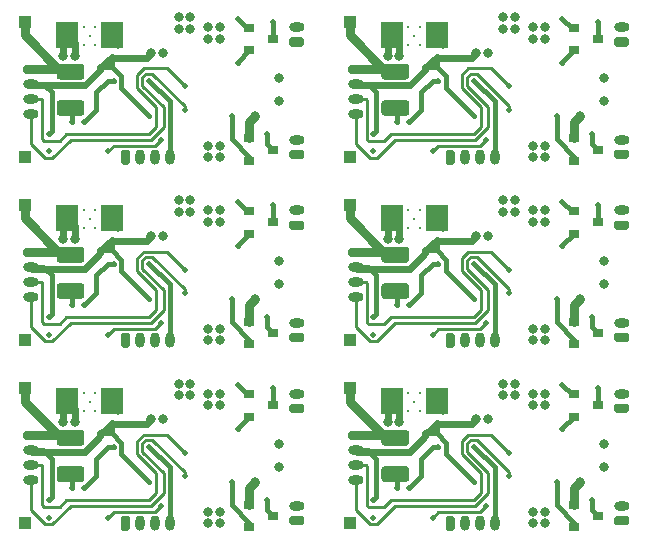
<source format=gbr>
%TF.GenerationSoftware,KiCad,Pcbnew,(5.1.6)-1*%
%TF.CreationDate,2021-08-29T21:48:12-05:00*%
%TF.ProjectId,MicroBrushedESC,4d696372-6f42-4727-9573-686564455343,rev?*%
%TF.SameCoordinates,Original*%
%TF.FileFunction,Copper,L4,Bot*%
%TF.FilePolarity,Positive*%
%FSLAX46Y46*%
G04 Gerber Fmt 4.6, Leading zero omitted, Abs format (unit mm)*
G04 Created by KiCad (PCBNEW (5.1.6)-1) date 2021-08-29 21:48:12*
%MOMM*%
%LPD*%
G01*
G04 APERTURE LIST*
%TA.AperFunction,ComponentPad*%
%ADD10C,0.300000*%
%TD*%
%TA.AperFunction,SMDPad,CuDef*%
%ADD11R,1.854500X2.286000*%
%TD*%
%TA.AperFunction,ComponentPad*%
%ADD12O,1.300000X0.800000*%
%TD*%
%TA.AperFunction,ComponentPad*%
%ADD13R,1.000000X1.000000*%
%TD*%
%TA.AperFunction,ComponentPad*%
%ADD14O,0.800000X1.300000*%
%TD*%
%TA.AperFunction,SMDPad,CuDef*%
%ADD15R,0.900000X0.800000*%
%TD*%
%TA.AperFunction,ViaPad*%
%ADD16C,0.800000*%
%TD*%
%TA.AperFunction,ViaPad*%
%ADD17C,0.500000*%
%TD*%
%TA.AperFunction,Conductor*%
%ADD18C,0.800000*%
%TD*%
%TA.AperFunction,Conductor*%
%ADD19C,0.400000*%
%TD*%
%TA.AperFunction,Conductor*%
%ADD20C,0.250000*%
%TD*%
%TA.AperFunction,Conductor*%
%ADD21C,0.600000*%
%TD*%
G04 APERTURE END LIST*
D10*
%TO.P,U2,11*%
%TO.N,VSS*%
X156460000Y-80700000D03*
X155960000Y-79950000D03*
X156960000Y-81450000D03*
X156960000Y-79950000D03*
X155960000Y-81450000D03*
%TD*%
%TO.P,U2,11*%
%TO.N,VSS*%
X128960000Y-80700000D03*
X128460000Y-79950000D03*
X129460000Y-81450000D03*
X129460000Y-79950000D03*
X128460000Y-81450000D03*
%TD*%
%TO.P,U2,11*%
%TO.N,VSS*%
X156460000Y-65200000D03*
X155960000Y-64450000D03*
X156960000Y-65950000D03*
X156960000Y-64450000D03*
X155960000Y-65950000D03*
%TD*%
%TO.P,U2,11*%
%TO.N,VSS*%
X128960000Y-65200000D03*
X128460000Y-64450000D03*
X129460000Y-65950000D03*
X129460000Y-64450000D03*
X128460000Y-65950000D03*
%TD*%
%TO.P,U2,11*%
%TO.N,VSS*%
X156460000Y-49700000D03*
X155960000Y-48950000D03*
X156960000Y-50450000D03*
X156960000Y-48950000D03*
X155960000Y-50450000D03*
%TD*%
D11*
%TO.P,L1,1*%
%TO.N,Net-(L1-Pad1)*%
X158350000Y-80650000D03*
%TO.P,L1,2*%
%TO.N,VDD*%
X154565500Y-80650000D03*
%TD*%
%TO.P,L1,1*%
%TO.N,Net-(L1-Pad1)*%
X130850000Y-80650000D03*
%TO.P,L1,2*%
%TO.N,VDD*%
X127065500Y-80650000D03*
%TD*%
%TO.P,L1,1*%
%TO.N,Net-(L1-Pad1)*%
X158350000Y-65150000D03*
%TO.P,L1,2*%
%TO.N,VDD*%
X154565500Y-65150000D03*
%TD*%
%TO.P,L1,1*%
%TO.N,Net-(L1-Pad1)*%
X130850000Y-65150000D03*
%TO.P,L1,2*%
%TO.N,VDD*%
X127065500Y-65150000D03*
%TD*%
%TO.P,L1,1*%
%TO.N,Net-(L1-Pad1)*%
X158350000Y-49650000D03*
%TO.P,L1,2*%
%TO.N,VDD*%
X154565500Y-49650000D03*
%TD*%
%TO.P,C7,1*%
%TO.N,VDD*%
%TA.AperFunction,SMDPad,CuDef*%
G36*
G01*
X155775001Y-87487500D02*
X153924999Y-87487500D01*
G75*
G02*
X153675000Y-87237501I0J249999D01*
G01*
X153675000Y-86412499D01*
G75*
G02*
X153924999Y-86162500I249999J0D01*
G01*
X155775001Y-86162500D01*
G75*
G02*
X156025000Y-86412499I0J-249999D01*
G01*
X156025000Y-87237501D01*
G75*
G02*
X155775001Y-87487500I-249999J0D01*
G01*
G37*
%TD.AperFunction*%
%TO.P,C7,2*%
%TO.N,VSS*%
%TA.AperFunction,SMDPad,CuDef*%
G36*
G01*
X155775001Y-84412500D02*
X153924999Y-84412500D01*
G75*
G02*
X153675000Y-84162501I0J249999D01*
G01*
X153675000Y-83337499D01*
G75*
G02*
X153924999Y-83087500I249999J0D01*
G01*
X155775001Y-83087500D01*
G75*
G02*
X156025000Y-83337499I0J-249999D01*
G01*
X156025000Y-84162501D01*
G75*
G02*
X155775001Y-84412500I-249999J0D01*
G01*
G37*
%TD.AperFunction*%
%TD*%
%TO.P,C7,1*%
%TO.N,VDD*%
%TA.AperFunction,SMDPad,CuDef*%
G36*
G01*
X128275001Y-87487500D02*
X126424999Y-87487500D01*
G75*
G02*
X126175000Y-87237501I0J249999D01*
G01*
X126175000Y-86412499D01*
G75*
G02*
X126424999Y-86162500I249999J0D01*
G01*
X128275001Y-86162500D01*
G75*
G02*
X128525000Y-86412499I0J-249999D01*
G01*
X128525000Y-87237501D01*
G75*
G02*
X128275001Y-87487500I-249999J0D01*
G01*
G37*
%TD.AperFunction*%
%TO.P,C7,2*%
%TO.N,VSS*%
%TA.AperFunction,SMDPad,CuDef*%
G36*
G01*
X128275001Y-84412500D02*
X126424999Y-84412500D01*
G75*
G02*
X126175000Y-84162501I0J249999D01*
G01*
X126175000Y-83337499D01*
G75*
G02*
X126424999Y-83087500I249999J0D01*
G01*
X128275001Y-83087500D01*
G75*
G02*
X128525000Y-83337499I0J-249999D01*
G01*
X128525000Y-84162501D01*
G75*
G02*
X128275001Y-84412500I-249999J0D01*
G01*
G37*
%TD.AperFunction*%
%TD*%
%TO.P,C7,1*%
%TO.N,VDD*%
%TA.AperFunction,SMDPad,CuDef*%
G36*
G01*
X155775001Y-71987500D02*
X153924999Y-71987500D01*
G75*
G02*
X153675000Y-71737501I0J249999D01*
G01*
X153675000Y-70912499D01*
G75*
G02*
X153924999Y-70662500I249999J0D01*
G01*
X155775001Y-70662500D01*
G75*
G02*
X156025000Y-70912499I0J-249999D01*
G01*
X156025000Y-71737501D01*
G75*
G02*
X155775001Y-71987500I-249999J0D01*
G01*
G37*
%TD.AperFunction*%
%TO.P,C7,2*%
%TO.N,VSS*%
%TA.AperFunction,SMDPad,CuDef*%
G36*
G01*
X155775001Y-68912500D02*
X153924999Y-68912500D01*
G75*
G02*
X153675000Y-68662501I0J249999D01*
G01*
X153675000Y-67837499D01*
G75*
G02*
X153924999Y-67587500I249999J0D01*
G01*
X155775001Y-67587500D01*
G75*
G02*
X156025000Y-67837499I0J-249999D01*
G01*
X156025000Y-68662501D01*
G75*
G02*
X155775001Y-68912500I-249999J0D01*
G01*
G37*
%TD.AperFunction*%
%TD*%
%TO.P,C7,1*%
%TO.N,VDD*%
%TA.AperFunction,SMDPad,CuDef*%
G36*
G01*
X128275001Y-71987500D02*
X126424999Y-71987500D01*
G75*
G02*
X126175000Y-71737501I0J249999D01*
G01*
X126175000Y-70912499D01*
G75*
G02*
X126424999Y-70662500I249999J0D01*
G01*
X128275001Y-70662500D01*
G75*
G02*
X128525000Y-70912499I0J-249999D01*
G01*
X128525000Y-71737501D01*
G75*
G02*
X128275001Y-71987500I-249999J0D01*
G01*
G37*
%TD.AperFunction*%
%TO.P,C7,2*%
%TO.N,VSS*%
%TA.AperFunction,SMDPad,CuDef*%
G36*
G01*
X128275001Y-68912500D02*
X126424999Y-68912500D01*
G75*
G02*
X126175000Y-68662501I0J249999D01*
G01*
X126175000Y-67837499D01*
G75*
G02*
X126424999Y-67587500I249999J0D01*
G01*
X128275001Y-67587500D01*
G75*
G02*
X128525000Y-67837499I0J-249999D01*
G01*
X128525000Y-68662501D01*
G75*
G02*
X128275001Y-68912500I-249999J0D01*
G01*
G37*
%TD.AperFunction*%
%TD*%
%TO.P,C7,1*%
%TO.N,VDD*%
%TA.AperFunction,SMDPad,CuDef*%
G36*
G01*
X155775001Y-56487500D02*
X153924999Y-56487500D01*
G75*
G02*
X153675000Y-56237501I0J249999D01*
G01*
X153675000Y-55412499D01*
G75*
G02*
X153924999Y-55162500I249999J0D01*
G01*
X155775001Y-55162500D01*
G75*
G02*
X156025000Y-55412499I0J-249999D01*
G01*
X156025000Y-56237501D01*
G75*
G02*
X155775001Y-56487500I-249999J0D01*
G01*
G37*
%TD.AperFunction*%
%TO.P,C7,2*%
%TO.N,VSS*%
%TA.AperFunction,SMDPad,CuDef*%
G36*
G01*
X155775001Y-53412500D02*
X153924999Y-53412500D01*
G75*
G02*
X153675000Y-53162501I0J249999D01*
G01*
X153675000Y-52337499D01*
G75*
G02*
X153924999Y-52087500I249999J0D01*
G01*
X155775001Y-52087500D01*
G75*
G02*
X156025000Y-52337499I0J-249999D01*
G01*
X156025000Y-53162501D01*
G75*
G02*
X155775001Y-53412500I-249999J0D01*
G01*
G37*
%TD.AperFunction*%
%TD*%
%TO.P,J1,1*%
%TO.N,MOTOR1*%
%TA.AperFunction,ComponentPad*%
G36*
G01*
X174450000Y-91150000D02*
X173550000Y-91150000D01*
G75*
G02*
X173350000Y-90950000I0J200000D01*
G01*
X173350000Y-90550000D01*
G75*
G02*
X173550000Y-90350000I200000J0D01*
G01*
X174450000Y-90350000D01*
G75*
G02*
X174650000Y-90550000I0J-200000D01*
G01*
X174650000Y-90950000D01*
G75*
G02*
X174450000Y-91150000I-200000J0D01*
G01*
G37*
%TD.AperFunction*%
D12*
%TO.P,J1,2*%
%TO.N,VSS*%
X174000000Y-89500000D03*
%TD*%
%TO.P,J1,1*%
%TO.N,MOTOR1*%
%TA.AperFunction,ComponentPad*%
G36*
G01*
X146950000Y-91150000D02*
X146050000Y-91150000D01*
G75*
G02*
X145850000Y-90950000I0J200000D01*
G01*
X145850000Y-90550000D01*
G75*
G02*
X146050000Y-90350000I200000J0D01*
G01*
X146950000Y-90350000D01*
G75*
G02*
X147150000Y-90550000I0J-200000D01*
G01*
X147150000Y-90950000D01*
G75*
G02*
X146950000Y-91150000I-200000J0D01*
G01*
G37*
%TD.AperFunction*%
%TO.P,J1,2*%
%TO.N,VSS*%
X146500000Y-89500000D03*
%TD*%
%TO.P,J1,1*%
%TO.N,MOTOR1*%
%TA.AperFunction,ComponentPad*%
G36*
G01*
X174450000Y-75650000D02*
X173550000Y-75650000D01*
G75*
G02*
X173350000Y-75450000I0J200000D01*
G01*
X173350000Y-75050000D01*
G75*
G02*
X173550000Y-74850000I200000J0D01*
G01*
X174450000Y-74850000D01*
G75*
G02*
X174650000Y-75050000I0J-200000D01*
G01*
X174650000Y-75450000D01*
G75*
G02*
X174450000Y-75650000I-200000J0D01*
G01*
G37*
%TD.AperFunction*%
%TO.P,J1,2*%
%TO.N,VSS*%
X174000000Y-74000000D03*
%TD*%
%TO.P,J1,1*%
%TO.N,MOTOR1*%
%TA.AperFunction,ComponentPad*%
G36*
G01*
X146950000Y-75650000D02*
X146050000Y-75650000D01*
G75*
G02*
X145850000Y-75450000I0J200000D01*
G01*
X145850000Y-75050000D01*
G75*
G02*
X146050000Y-74850000I200000J0D01*
G01*
X146950000Y-74850000D01*
G75*
G02*
X147150000Y-75050000I0J-200000D01*
G01*
X147150000Y-75450000D01*
G75*
G02*
X146950000Y-75650000I-200000J0D01*
G01*
G37*
%TD.AperFunction*%
%TO.P,J1,2*%
%TO.N,VSS*%
X146500000Y-74000000D03*
%TD*%
%TO.P,J1,1*%
%TO.N,MOTOR1*%
%TA.AperFunction,ComponentPad*%
G36*
G01*
X174450000Y-60150000D02*
X173550000Y-60150000D01*
G75*
G02*
X173350000Y-59950000I0J200000D01*
G01*
X173350000Y-59550000D01*
G75*
G02*
X173550000Y-59350000I200000J0D01*
G01*
X174450000Y-59350000D01*
G75*
G02*
X174650000Y-59550000I0J-200000D01*
G01*
X174650000Y-59950000D01*
G75*
G02*
X174450000Y-60150000I-200000J0D01*
G01*
G37*
%TD.AperFunction*%
%TO.P,J1,2*%
%TO.N,VSS*%
X174000000Y-58500000D03*
%TD*%
%TO.P,J2,1*%
%TO.N,MOTOR2*%
%TA.AperFunction,ComponentPad*%
G36*
G01*
X174450000Y-81650000D02*
X173550000Y-81650000D01*
G75*
G02*
X173350000Y-81450000I0J200000D01*
G01*
X173350000Y-81050000D01*
G75*
G02*
X173550000Y-80850000I200000J0D01*
G01*
X174450000Y-80850000D01*
G75*
G02*
X174650000Y-81050000I0J-200000D01*
G01*
X174650000Y-81450000D01*
G75*
G02*
X174450000Y-81650000I-200000J0D01*
G01*
G37*
%TD.AperFunction*%
%TO.P,J2,2*%
%TO.N,VSS*%
X174000000Y-80000000D03*
%TD*%
%TO.P,J2,1*%
%TO.N,MOTOR2*%
%TA.AperFunction,ComponentPad*%
G36*
G01*
X146950000Y-81650000D02*
X146050000Y-81650000D01*
G75*
G02*
X145850000Y-81450000I0J200000D01*
G01*
X145850000Y-81050000D01*
G75*
G02*
X146050000Y-80850000I200000J0D01*
G01*
X146950000Y-80850000D01*
G75*
G02*
X147150000Y-81050000I0J-200000D01*
G01*
X147150000Y-81450000D01*
G75*
G02*
X146950000Y-81650000I-200000J0D01*
G01*
G37*
%TD.AperFunction*%
%TO.P,J2,2*%
%TO.N,VSS*%
X146500000Y-80000000D03*
%TD*%
%TO.P,J2,1*%
%TO.N,MOTOR2*%
%TA.AperFunction,ComponentPad*%
G36*
G01*
X174450000Y-66150000D02*
X173550000Y-66150000D01*
G75*
G02*
X173350000Y-65950000I0J200000D01*
G01*
X173350000Y-65550000D01*
G75*
G02*
X173550000Y-65350000I200000J0D01*
G01*
X174450000Y-65350000D01*
G75*
G02*
X174650000Y-65550000I0J-200000D01*
G01*
X174650000Y-65950000D01*
G75*
G02*
X174450000Y-66150000I-200000J0D01*
G01*
G37*
%TD.AperFunction*%
%TO.P,J2,2*%
%TO.N,VSS*%
X174000000Y-64500000D03*
%TD*%
%TO.P,J2,1*%
%TO.N,MOTOR2*%
%TA.AperFunction,ComponentPad*%
G36*
G01*
X146950000Y-66150000D02*
X146050000Y-66150000D01*
G75*
G02*
X145850000Y-65950000I0J200000D01*
G01*
X145850000Y-65550000D01*
G75*
G02*
X146050000Y-65350000I200000J0D01*
G01*
X146950000Y-65350000D01*
G75*
G02*
X147150000Y-65550000I0J-200000D01*
G01*
X147150000Y-65950000D01*
G75*
G02*
X146950000Y-66150000I-200000J0D01*
G01*
G37*
%TD.AperFunction*%
%TO.P,J2,2*%
%TO.N,VSS*%
X146500000Y-64500000D03*
%TD*%
%TO.P,J2,1*%
%TO.N,MOTOR2*%
%TA.AperFunction,ComponentPad*%
G36*
G01*
X174450000Y-50650000D02*
X173550000Y-50650000D01*
G75*
G02*
X173350000Y-50450000I0J200000D01*
G01*
X173350000Y-50050000D01*
G75*
G02*
X173550000Y-49850000I200000J0D01*
G01*
X174450000Y-49850000D01*
G75*
G02*
X174650000Y-50050000I0J-200000D01*
G01*
X174650000Y-50450000D01*
G75*
G02*
X174450000Y-50650000I-200000J0D01*
G01*
G37*
%TD.AperFunction*%
%TO.P,J2,2*%
%TO.N,VSS*%
X174000000Y-49000000D03*
%TD*%
D13*
%TO.P,J4,1*%
%TO.N,VDD*%
X151000000Y-91000000D03*
%TD*%
%TO.P,J4,1*%
%TO.N,VDD*%
X123500000Y-91000000D03*
%TD*%
%TO.P,J4,1*%
%TO.N,VDD*%
X151000000Y-75500000D03*
%TD*%
%TO.P,J4,1*%
%TO.N,VDD*%
X123500000Y-75500000D03*
%TD*%
%TO.P,J4,1*%
%TO.N,VDD*%
X151000000Y-60000000D03*
%TD*%
%TO.P,J5,1*%
%TO.N,VDD*%
%TA.AperFunction,ComponentPad*%
G36*
G01*
X159100000Y-91450000D02*
X159100000Y-90550000D01*
G75*
G02*
X159300000Y-90350000I200000J0D01*
G01*
X159700000Y-90350000D01*
G75*
G02*
X159900000Y-90550000I0J-200000D01*
G01*
X159900000Y-91450000D01*
G75*
G02*
X159700000Y-91650000I-200000J0D01*
G01*
X159300000Y-91650000D01*
G75*
G02*
X159100000Y-91450000I0J200000D01*
G01*
G37*
%TD.AperFunction*%
D14*
%TO.P,J5,2*%
%TO.N,SWIM*%
X160750000Y-91000000D03*
%TO.P,J5,3*%
%TO.N,VSS*%
X162000000Y-91000000D03*
%TO.P,J5,4*%
%TO.N,NRST*%
X163250000Y-91000000D03*
%TD*%
%TO.P,J5,1*%
%TO.N,VDD*%
%TA.AperFunction,ComponentPad*%
G36*
G01*
X131600000Y-91450000D02*
X131600000Y-90550000D01*
G75*
G02*
X131800000Y-90350000I200000J0D01*
G01*
X132200000Y-90350000D01*
G75*
G02*
X132400000Y-90550000I0J-200000D01*
G01*
X132400000Y-91450000D01*
G75*
G02*
X132200000Y-91650000I-200000J0D01*
G01*
X131800000Y-91650000D01*
G75*
G02*
X131600000Y-91450000I0J200000D01*
G01*
G37*
%TD.AperFunction*%
%TO.P,J5,2*%
%TO.N,SWIM*%
X133250000Y-91000000D03*
%TO.P,J5,3*%
%TO.N,VSS*%
X134500000Y-91000000D03*
%TO.P,J5,4*%
%TO.N,NRST*%
X135750000Y-91000000D03*
%TD*%
%TO.P,J5,1*%
%TO.N,VDD*%
%TA.AperFunction,ComponentPad*%
G36*
G01*
X159100000Y-75950000D02*
X159100000Y-75050000D01*
G75*
G02*
X159300000Y-74850000I200000J0D01*
G01*
X159700000Y-74850000D01*
G75*
G02*
X159900000Y-75050000I0J-200000D01*
G01*
X159900000Y-75950000D01*
G75*
G02*
X159700000Y-76150000I-200000J0D01*
G01*
X159300000Y-76150000D01*
G75*
G02*
X159100000Y-75950000I0J200000D01*
G01*
G37*
%TD.AperFunction*%
%TO.P,J5,2*%
%TO.N,SWIM*%
X160750000Y-75500000D03*
%TO.P,J5,3*%
%TO.N,VSS*%
X162000000Y-75500000D03*
%TO.P,J5,4*%
%TO.N,NRST*%
X163250000Y-75500000D03*
%TD*%
%TO.P,J5,1*%
%TO.N,VDD*%
%TA.AperFunction,ComponentPad*%
G36*
G01*
X131600000Y-75950000D02*
X131600000Y-75050000D01*
G75*
G02*
X131800000Y-74850000I200000J0D01*
G01*
X132200000Y-74850000D01*
G75*
G02*
X132400000Y-75050000I0J-200000D01*
G01*
X132400000Y-75950000D01*
G75*
G02*
X132200000Y-76150000I-200000J0D01*
G01*
X131800000Y-76150000D01*
G75*
G02*
X131600000Y-75950000I0J200000D01*
G01*
G37*
%TD.AperFunction*%
%TO.P,J5,2*%
%TO.N,SWIM*%
X133250000Y-75500000D03*
%TO.P,J5,3*%
%TO.N,VSS*%
X134500000Y-75500000D03*
%TO.P,J5,4*%
%TO.N,NRST*%
X135750000Y-75500000D03*
%TD*%
%TO.P,J5,1*%
%TO.N,VDD*%
%TA.AperFunction,ComponentPad*%
G36*
G01*
X159100000Y-60450000D02*
X159100000Y-59550000D01*
G75*
G02*
X159300000Y-59350000I200000J0D01*
G01*
X159700000Y-59350000D01*
G75*
G02*
X159900000Y-59550000I0J-200000D01*
G01*
X159900000Y-60450000D01*
G75*
G02*
X159700000Y-60650000I-200000J0D01*
G01*
X159300000Y-60650000D01*
G75*
G02*
X159100000Y-60450000I0J200000D01*
G01*
G37*
%TD.AperFunction*%
%TO.P,J5,2*%
%TO.N,SWIM*%
X160750000Y-60000000D03*
%TO.P,J5,3*%
%TO.N,VSS*%
X162000000Y-60000000D03*
%TO.P,J5,4*%
%TO.N,NRST*%
X163250000Y-60000000D03*
%TD*%
D15*
%TO.P,Q2,1*%
%TO.N,Net-(Q2-Pad1)*%
X170000000Y-81950000D03*
%TO.P,Q2,2*%
%TO.N,VSS*%
X170000000Y-80050000D03*
%TO.P,Q2,3*%
%TO.N,Net-(Q2-Pad3)*%
X172000000Y-81000000D03*
%TD*%
%TO.P,Q2,1*%
%TO.N,Net-(Q2-Pad1)*%
X142500000Y-81950000D03*
%TO.P,Q2,2*%
%TO.N,VSS*%
X142500000Y-80050000D03*
%TO.P,Q2,3*%
%TO.N,Net-(Q2-Pad3)*%
X144500000Y-81000000D03*
%TD*%
%TO.P,Q2,1*%
%TO.N,Net-(Q2-Pad1)*%
X170000000Y-66450000D03*
%TO.P,Q2,2*%
%TO.N,VSS*%
X170000000Y-64550000D03*
%TO.P,Q2,3*%
%TO.N,Net-(Q2-Pad3)*%
X172000000Y-65500000D03*
%TD*%
%TO.P,Q2,1*%
%TO.N,Net-(Q2-Pad1)*%
X142500000Y-66450000D03*
%TO.P,Q2,2*%
%TO.N,VSS*%
X142500000Y-64550000D03*
%TO.P,Q2,3*%
%TO.N,Net-(Q2-Pad3)*%
X144500000Y-65500000D03*
%TD*%
%TO.P,Q2,1*%
%TO.N,Net-(Q2-Pad1)*%
X170000000Y-50950000D03*
%TO.P,Q2,2*%
%TO.N,VSS*%
X170000000Y-49050000D03*
%TO.P,Q2,3*%
%TO.N,Net-(Q2-Pad3)*%
X172000000Y-50000000D03*
%TD*%
%TO.P,Q1,1*%
%TO.N,Net-(Q1-Pad1)*%
X170000000Y-91300000D03*
%TO.P,Q1,2*%
%TO.N,VSS*%
X170000000Y-89400000D03*
%TO.P,Q1,3*%
%TO.N,Net-(Q1-Pad3)*%
X172000000Y-90350000D03*
%TD*%
%TO.P,Q1,1*%
%TO.N,Net-(Q1-Pad1)*%
X142500000Y-91300000D03*
%TO.P,Q1,2*%
%TO.N,VSS*%
X142500000Y-89400000D03*
%TO.P,Q1,3*%
%TO.N,Net-(Q1-Pad3)*%
X144500000Y-90350000D03*
%TD*%
%TO.P,Q1,1*%
%TO.N,Net-(Q1-Pad1)*%
X170000000Y-75800000D03*
%TO.P,Q1,2*%
%TO.N,VSS*%
X170000000Y-73900000D03*
%TO.P,Q1,3*%
%TO.N,Net-(Q1-Pad3)*%
X172000000Y-74850000D03*
%TD*%
%TO.P,Q1,1*%
%TO.N,Net-(Q1-Pad1)*%
X142500000Y-75800000D03*
%TO.P,Q1,2*%
%TO.N,VSS*%
X142500000Y-73900000D03*
%TO.P,Q1,3*%
%TO.N,Net-(Q1-Pad3)*%
X144500000Y-74850000D03*
%TD*%
%TO.P,Q1,1*%
%TO.N,Net-(Q1-Pad1)*%
X170000000Y-60300000D03*
%TO.P,Q1,2*%
%TO.N,VSS*%
X170000000Y-58400000D03*
%TO.P,Q1,3*%
%TO.N,Net-(Q1-Pad3)*%
X172000000Y-59350000D03*
%TD*%
%TO.P,J3,1*%
%TO.N,VSS*%
%TA.AperFunction,ComponentPad*%
G36*
G01*
X151050000Y-83150000D02*
X151950000Y-83150000D01*
G75*
G02*
X152150000Y-83350000I0J-200000D01*
G01*
X152150000Y-83750000D01*
G75*
G02*
X151950000Y-83950000I-200000J0D01*
G01*
X151050000Y-83950000D01*
G75*
G02*
X150850000Y-83750000I0J200000D01*
G01*
X150850000Y-83350000D01*
G75*
G02*
X151050000Y-83150000I200000J0D01*
G01*
G37*
%TD.AperFunction*%
D12*
%TO.P,J3,2*%
%TO.N,V_Filt+*%
X151500000Y-84800000D03*
%TO.P,J3,3*%
%TO.N,TIM1_CH1*%
X151500000Y-86050000D03*
%TO.P,J3,4*%
%TO.N,TIM1_CH3*%
X151500000Y-87300000D03*
%TD*%
%TO.P,J3,1*%
%TO.N,VSS*%
%TA.AperFunction,ComponentPad*%
G36*
G01*
X123550000Y-83150000D02*
X124450000Y-83150000D01*
G75*
G02*
X124650000Y-83350000I0J-200000D01*
G01*
X124650000Y-83750000D01*
G75*
G02*
X124450000Y-83950000I-200000J0D01*
G01*
X123550000Y-83950000D01*
G75*
G02*
X123350000Y-83750000I0J200000D01*
G01*
X123350000Y-83350000D01*
G75*
G02*
X123550000Y-83150000I200000J0D01*
G01*
G37*
%TD.AperFunction*%
%TO.P,J3,2*%
%TO.N,V_Filt+*%
X124000000Y-84800000D03*
%TO.P,J3,3*%
%TO.N,TIM1_CH1*%
X124000000Y-86050000D03*
%TO.P,J3,4*%
%TO.N,TIM1_CH3*%
X124000000Y-87300000D03*
%TD*%
%TO.P,J3,1*%
%TO.N,VSS*%
%TA.AperFunction,ComponentPad*%
G36*
G01*
X151050000Y-67650000D02*
X151950000Y-67650000D01*
G75*
G02*
X152150000Y-67850000I0J-200000D01*
G01*
X152150000Y-68250000D01*
G75*
G02*
X151950000Y-68450000I-200000J0D01*
G01*
X151050000Y-68450000D01*
G75*
G02*
X150850000Y-68250000I0J200000D01*
G01*
X150850000Y-67850000D01*
G75*
G02*
X151050000Y-67650000I200000J0D01*
G01*
G37*
%TD.AperFunction*%
%TO.P,J3,2*%
%TO.N,V_Filt+*%
X151500000Y-69300000D03*
%TO.P,J3,3*%
%TO.N,TIM1_CH1*%
X151500000Y-70550000D03*
%TO.P,J3,4*%
%TO.N,TIM1_CH3*%
X151500000Y-71800000D03*
%TD*%
%TO.P,J3,1*%
%TO.N,VSS*%
%TA.AperFunction,ComponentPad*%
G36*
G01*
X123550000Y-67650000D02*
X124450000Y-67650000D01*
G75*
G02*
X124650000Y-67850000I0J-200000D01*
G01*
X124650000Y-68250000D01*
G75*
G02*
X124450000Y-68450000I-200000J0D01*
G01*
X123550000Y-68450000D01*
G75*
G02*
X123350000Y-68250000I0J200000D01*
G01*
X123350000Y-67850000D01*
G75*
G02*
X123550000Y-67650000I200000J0D01*
G01*
G37*
%TD.AperFunction*%
%TO.P,J3,2*%
%TO.N,V_Filt+*%
X124000000Y-69300000D03*
%TO.P,J3,3*%
%TO.N,TIM1_CH1*%
X124000000Y-70550000D03*
%TO.P,J3,4*%
%TO.N,TIM1_CH3*%
X124000000Y-71800000D03*
%TD*%
%TO.P,J3,1*%
%TO.N,VSS*%
%TA.AperFunction,ComponentPad*%
G36*
G01*
X151050000Y-52150000D02*
X151950000Y-52150000D01*
G75*
G02*
X152150000Y-52350000I0J-200000D01*
G01*
X152150000Y-52750000D01*
G75*
G02*
X151950000Y-52950000I-200000J0D01*
G01*
X151050000Y-52950000D01*
G75*
G02*
X150850000Y-52750000I0J200000D01*
G01*
X150850000Y-52350000D01*
G75*
G02*
X151050000Y-52150000I200000J0D01*
G01*
G37*
%TD.AperFunction*%
%TO.P,J3,2*%
%TO.N,V_Filt+*%
X151500000Y-53800000D03*
%TO.P,J3,3*%
%TO.N,TIM1_CH1*%
X151500000Y-55050000D03*
%TO.P,J3,4*%
%TO.N,TIM1_CH3*%
X151500000Y-56300000D03*
%TD*%
D13*
%TO.P,J6,1*%
%TO.N,VSS*%
X151000000Y-79500000D03*
%TD*%
%TO.P,J6,1*%
%TO.N,VSS*%
X123500000Y-79500000D03*
%TD*%
%TO.P,J6,1*%
%TO.N,VSS*%
X151000000Y-64000000D03*
%TD*%
%TO.P,J6,1*%
%TO.N,VSS*%
X123500000Y-64000000D03*
%TD*%
%TO.P,J6,1*%
%TO.N,VSS*%
X151000000Y-48500000D03*
%TD*%
D10*
%TO.P,U2,11*%
%TO.N,VSS*%
X128460000Y-50450000D03*
X129460000Y-48950000D03*
X129460000Y-50450000D03*
X128460000Y-48950000D03*
X128960000Y-49700000D03*
%TD*%
D11*
%TO.P,L1,2*%
%TO.N,VDD*%
X127065500Y-49650000D03*
%TO.P,L1,1*%
%TO.N,Net-(L1-Pad1)*%
X130850000Y-49650000D03*
%TD*%
D15*
%TO.P,Q2,3*%
%TO.N,Net-(Q2-Pad3)*%
X144500000Y-50000000D03*
%TO.P,Q2,2*%
%TO.N,VSS*%
X142500000Y-49050000D03*
%TO.P,Q2,1*%
%TO.N,Net-(Q2-Pad1)*%
X142500000Y-50950000D03*
%TD*%
%TO.P,Q1,3*%
%TO.N,Net-(Q1-Pad3)*%
X144500000Y-59350000D03*
%TO.P,Q1,2*%
%TO.N,VSS*%
X142500000Y-58400000D03*
%TO.P,Q1,1*%
%TO.N,Net-(Q1-Pad1)*%
X142500000Y-60300000D03*
%TD*%
D13*
%TO.P,J6,1*%
%TO.N,VSS*%
X123500000Y-48500000D03*
%TD*%
D14*
%TO.P,J5,4*%
%TO.N,NRST*%
X135750000Y-60000000D03*
%TO.P,J5,3*%
%TO.N,VSS*%
X134500000Y-60000000D03*
%TO.P,J5,2*%
%TO.N,SWIM*%
X133250000Y-60000000D03*
%TO.P,J5,1*%
%TO.N,VDD*%
%TA.AperFunction,ComponentPad*%
G36*
G01*
X131600000Y-60450000D02*
X131600000Y-59550000D01*
G75*
G02*
X131800000Y-59350000I200000J0D01*
G01*
X132200000Y-59350000D01*
G75*
G02*
X132400000Y-59550000I0J-200000D01*
G01*
X132400000Y-60450000D01*
G75*
G02*
X132200000Y-60650000I-200000J0D01*
G01*
X131800000Y-60650000D01*
G75*
G02*
X131600000Y-60450000I0J200000D01*
G01*
G37*
%TD.AperFunction*%
%TD*%
D13*
%TO.P,J4,1*%
%TO.N,VDD*%
X123500000Y-60000000D03*
%TD*%
D12*
%TO.P,J3,4*%
%TO.N,TIM1_CH3*%
X124000000Y-56300000D03*
%TO.P,J3,3*%
%TO.N,TIM1_CH1*%
X124000000Y-55050000D03*
%TO.P,J3,2*%
%TO.N,V_Filt+*%
X124000000Y-53800000D03*
%TO.P,J3,1*%
%TO.N,VSS*%
%TA.AperFunction,ComponentPad*%
G36*
G01*
X123550000Y-52150000D02*
X124450000Y-52150000D01*
G75*
G02*
X124650000Y-52350000I0J-200000D01*
G01*
X124650000Y-52750000D01*
G75*
G02*
X124450000Y-52950000I-200000J0D01*
G01*
X123550000Y-52950000D01*
G75*
G02*
X123350000Y-52750000I0J200000D01*
G01*
X123350000Y-52350000D01*
G75*
G02*
X123550000Y-52150000I200000J0D01*
G01*
G37*
%TD.AperFunction*%
%TD*%
%TO.P,J2,2*%
%TO.N,VSS*%
X146500000Y-49000000D03*
%TO.P,J2,1*%
%TO.N,MOTOR2*%
%TA.AperFunction,ComponentPad*%
G36*
G01*
X146950000Y-50650000D02*
X146050000Y-50650000D01*
G75*
G02*
X145850000Y-50450000I0J200000D01*
G01*
X145850000Y-50050000D01*
G75*
G02*
X146050000Y-49850000I200000J0D01*
G01*
X146950000Y-49850000D01*
G75*
G02*
X147150000Y-50050000I0J-200000D01*
G01*
X147150000Y-50450000D01*
G75*
G02*
X146950000Y-50650000I-200000J0D01*
G01*
G37*
%TD.AperFunction*%
%TD*%
%TO.P,J1,2*%
%TO.N,VSS*%
X146500000Y-58500000D03*
%TO.P,J1,1*%
%TO.N,MOTOR1*%
%TA.AperFunction,ComponentPad*%
G36*
G01*
X146950000Y-60150000D02*
X146050000Y-60150000D01*
G75*
G02*
X145850000Y-59950000I0J200000D01*
G01*
X145850000Y-59550000D01*
G75*
G02*
X146050000Y-59350000I200000J0D01*
G01*
X146950000Y-59350000D01*
G75*
G02*
X147150000Y-59550000I0J-200000D01*
G01*
X147150000Y-59950000D01*
G75*
G02*
X146950000Y-60150000I-200000J0D01*
G01*
G37*
%TD.AperFunction*%
%TD*%
%TO.P,C7,2*%
%TO.N,VSS*%
%TA.AperFunction,SMDPad,CuDef*%
G36*
G01*
X128275001Y-53412500D02*
X126424999Y-53412500D01*
G75*
G02*
X126175000Y-53162501I0J249999D01*
G01*
X126175000Y-52337499D01*
G75*
G02*
X126424999Y-52087500I249999J0D01*
G01*
X128275001Y-52087500D01*
G75*
G02*
X128525000Y-52337499I0J-249999D01*
G01*
X128525000Y-53162501D01*
G75*
G02*
X128275001Y-53412500I-249999J0D01*
G01*
G37*
%TD.AperFunction*%
%TO.P,C7,1*%
%TO.N,VDD*%
%TA.AperFunction,SMDPad,CuDef*%
G36*
G01*
X128275001Y-56487500D02*
X126424999Y-56487500D01*
G75*
G02*
X126175000Y-56237501I0J249999D01*
G01*
X126175000Y-55412499D01*
G75*
G02*
X126424999Y-55162500I249999J0D01*
G01*
X128275001Y-55162500D01*
G75*
G02*
X128525000Y-55412499I0J-249999D01*
G01*
X128525000Y-56237501D01*
G75*
G02*
X128275001Y-56487500I-249999J0D01*
G01*
G37*
%TD.AperFunction*%
%TD*%
D16*
%TO.N,VSS*%
X136500000Y-48150000D03*
X136500000Y-49100000D03*
X137450000Y-49100000D03*
X137450000Y-48150000D03*
D17*
X141500000Y-48250000D03*
D16*
X145000000Y-53250000D03*
X145000000Y-55250000D03*
X143000000Y-56500000D03*
X172500000Y-53250000D03*
X145000000Y-68750000D03*
X172500000Y-68750000D03*
X145000000Y-84250000D03*
X172500000Y-84250000D03*
X170500000Y-56500000D03*
X143000000Y-72000000D03*
X170500000Y-72000000D03*
X143000000Y-87500000D03*
X170500000Y-87500000D03*
X172500000Y-55250000D03*
X145000000Y-70750000D03*
X172500000Y-70750000D03*
X145000000Y-86250000D03*
X172500000Y-86250000D03*
D17*
X169000000Y-48250000D03*
X141500000Y-63750000D03*
X169000000Y-63750000D03*
X141500000Y-79250000D03*
X169000000Y-79250000D03*
D16*
X164950000Y-48150000D03*
X137450000Y-63650000D03*
X164950000Y-63650000D03*
X137450000Y-79150000D03*
X164950000Y-79150000D03*
X164000000Y-49100000D03*
X136500000Y-64600000D03*
X164000000Y-64600000D03*
X136500000Y-80100000D03*
X164000000Y-80100000D03*
X164000000Y-48150000D03*
X136500000Y-63650000D03*
X164000000Y-63650000D03*
X136500000Y-79150000D03*
X164000000Y-79150000D03*
X164950000Y-49100000D03*
X137450000Y-64600000D03*
X164950000Y-64600000D03*
X137450000Y-80100000D03*
X164950000Y-80100000D03*
D17*
%TO.N,TIM1_CH1*%
X137000000Y-54000000D03*
X164500000Y-54000000D03*
X137000000Y-69500000D03*
X164500000Y-69500000D03*
X137000000Y-85000000D03*
X164500000Y-85000000D03*
%TO.N,NRST*%
X134000000Y-53500000D03*
X161500000Y-53500000D03*
X134000000Y-69000000D03*
X161500000Y-69000000D03*
X134000000Y-84500000D03*
X161500000Y-84500000D03*
%TO.N,Net-(Q1-Pad3)*%
X144000000Y-58000000D03*
X171500000Y-58000000D03*
X144000000Y-73500000D03*
X171500000Y-73500000D03*
X144000000Y-89000000D03*
X171500000Y-89000000D03*
%TO.N,Net-(Q1-Pad1)*%
X141000000Y-56500000D03*
X168500000Y-56500000D03*
X141000000Y-72000000D03*
X168500000Y-72000000D03*
X141000000Y-87500000D03*
X168500000Y-87500000D03*
%TO.N,Net-(Q2-Pad3)*%
X144500000Y-48500000D03*
X172000000Y-48500000D03*
X144500000Y-64000000D03*
X172000000Y-64000000D03*
X144500000Y-79500000D03*
X172000000Y-79500000D03*
%TO.N,Net-(Q2-Pad1)*%
X141500000Y-52000000D03*
X169000000Y-52000000D03*
X141500000Y-67500000D03*
X169000000Y-67500000D03*
X141500000Y-83000000D03*
X169000000Y-83000000D03*
%TO.N,TIM1_CH3*%
X137000000Y-56000000D03*
X164500000Y-56000000D03*
X137000000Y-71500000D03*
X164500000Y-71500000D03*
X137000000Y-87000000D03*
X164500000Y-87000000D03*
%TO.N,PB4*%
X130500000Y-59500000D03*
X135000000Y-58500000D03*
X158000000Y-59500000D03*
X130500000Y-75000000D03*
X158000000Y-75000000D03*
X130500000Y-90500000D03*
X158000000Y-90500000D03*
X162500000Y-58500000D03*
X135000000Y-74000000D03*
X162500000Y-74000000D03*
X135000000Y-89500000D03*
X162500000Y-89500000D03*
D16*
%TO.N,VDD*%
X127700000Y-51450000D03*
X126750000Y-51450000D03*
D17*
X127500000Y-57000000D03*
D16*
X140000000Y-49000000D03*
X140000000Y-50000000D03*
X139000000Y-50000000D03*
X139000000Y-49000000D03*
X140000000Y-60000000D03*
X139000000Y-60000000D03*
X139000000Y-59000000D03*
X140000000Y-59000000D03*
X167500000Y-49000000D03*
X140000000Y-64500000D03*
X167500000Y-64500000D03*
X140000000Y-80000000D03*
X167500000Y-80000000D03*
X167500000Y-50000000D03*
X140000000Y-65500000D03*
X167500000Y-65500000D03*
X140000000Y-81000000D03*
X167500000Y-81000000D03*
D17*
X155000000Y-57000000D03*
X127500000Y-72500000D03*
X155000000Y-72500000D03*
X127500000Y-88000000D03*
X155000000Y-88000000D03*
D16*
X166500000Y-50000000D03*
X139000000Y-65500000D03*
X166500000Y-65500000D03*
X139000000Y-81000000D03*
X166500000Y-81000000D03*
X167500000Y-60000000D03*
X140000000Y-75500000D03*
X167500000Y-75500000D03*
X140000000Y-91000000D03*
X167500000Y-91000000D03*
X166500000Y-60000000D03*
X139000000Y-75500000D03*
X166500000Y-75500000D03*
X139000000Y-91000000D03*
X166500000Y-91000000D03*
X166500000Y-59000000D03*
X139000000Y-74500000D03*
X166500000Y-74500000D03*
X139000000Y-90000000D03*
X166500000Y-90000000D03*
X167500000Y-59000000D03*
X140000000Y-74500000D03*
X167500000Y-74500000D03*
X140000000Y-90000000D03*
X167500000Y-90000000D03*
X166500000Y-49000000D03*
X139000000Y-64500000D03*
X166500000Y-64500000D03*
X139000000Y-80000000D03*
X166500000Y-80000000D03*
X154250000Y-51450000D03*
X126750000Y-66950000D03*
X154250000Y-66950000D03*
X126750000Y-82450000D03*
X154250000Y-82450000D03*
X155200000Y-51450000D03*
X127700000Y-66950000D03*
X155200000Y-66950000D03*
X127700000Y-82450000D03*
X155200000Y-82450000D03*
D17*
%TO.N,Net-(D4-Pad1)*%
X131000000Y-53500000D03*
X128500000Y-57000000D03*
X158500000Y-53500000D03*
X131000000Y-69000000D03*
X158500000Y-69000000D03*
X131000000Y-84500000D03*
X158500000Y-84500000D03*
X156000000Y-57000000D03*
X128500000Y-72500000D03*
X156000000Y-72500000D03*
X128500000Y-88000000D03*
X156000000Y-88000000D03*
D16*
%TO.N,V_Filt+*%
X134200000Y-51150000D03*
X135200000Y-51150000D03*
D17*
X134000000Y-56500000D03*
X125500000Y-59500000D03*
X125500000Y-58000000D03*
X161500000Y-56500000D03*
X134000000Y-72000000D03*
X161500000Y-72000000D03*
X134000000Y-87500000D03*
X161500000Y-87500000D03*
X153000000Y-58000000D03*
X125500000Y-73500000D03*
X153000000Y-73500000D03*
X125500000Y-89000000D03*
X153000000Y-89000000D03*
X153000000Y-59500000D03*
X125500000Y-75000000D03*
X153000000Y-75000000D03*
X125500000Y-90500000D03*
X153000000Y-90500000D03*
D16*
X161700000Y-51150000D03*
X134200000Y-66650000D03*
X161700000Y-66650000D03*
X134200000Y-82150000D03*
X161700000Y-82150000D03*
X162700000Y-51150000D03*
X135200000Y-66650000D03*
X162700000Y-66650000D03*
X135200000Y-82150000D03*
X162700000Y-82150000D03*
D17*
%TO.N,Net-(L1-Pad1)*%
X131400000Y-50600000D03*
X158900000Y-50600000D03*
X131400000Y-66100000D03*
X158900000Y-66100000D03*
X131400000Y-81600000D03*
X158900000Y-81600000D03*
%TD*%
D18*
%TO.N,VSS*%
X142500000Y-57000000D02*
X143000000Y-56500000D01*
X142500000Y-58400000D02*
X142500000Y-57000000D01*
X124050000Y-52500000D02*
X124000000Y-52550000D01*
X127500000Y-52500000D02*
X124050000Y-52500000D01*
X123500000Y-49675000D02*
X123500000Y-48500000D01*
X127500000Y-52500000D02*
X126325000Y-52500000D01*
X126325000Y-52500000D02*
X123500000Y-49675000D01*
D19*
X142300000Y-49050000D02*
X141500000Y-48250000D01*
X142500000Y-49050000D02*
X142300000Y-49050000D01*
D18*
X170000000Y-57000000D02*
X170500000Y-56500000D01*
X142500000Y-72500000D02*
X143000000Y-72000000D01*
X170000000Y-72500000D02*
X170500000Y-72000000D01*
X142500000Y-88000000D02*
X143000000Y-87500000D01*
X170000000Y-88000000D02*
X170500000Y-87500000D01*
X170000000Y-58400000D02*
X170000000Y-57000000D01*
X142500000Y-73900000D02*
X142500000Y-72500000D01*
X170000000Y-73900000D02*
X170000000Y-72500000D01*
X142500000Y-89400000D02*
X142500000Y-88000000D01*
X170000000Y-89400000D02*
X170000000Y-88000000D01*
X151550000Y-52500000D02*
X151500000Y-52550000D01*
X124050000Y-68000000D02*
X124000000Y-68050000D01*
X151550000Y-68000000D02*
X151500000Y-68050000D01*
X124050000Y-83500000D02*
X124000000Y-83550000D01*
X151550000Y-83500000D02*
X151500000Y-83550000D01*
X155000000Y-52500000D02*
X151550000Y-52500000D01*
X127500000Y-68000000D02*
X124050000Y-68000000D01*
X155000000Y-68000000D02*
X151550000Y-68000000D01*
X127500000Y-83500000D02*
X124050000Y-83500000D01*
X155000000Y-83500000D02*
X151550000Y-83500000D01*
X151000000Y-49675000D02*
X151000000Y-48500000D01*
X123500000Y-65175000D02*
X123500000Y-64000000D01*
X151000000Y-65175000D02*
X151000000Y-64000000D01*
X123500000Y-80675000D02*
X123500000Y-79500000D01*
X151000000Y-80675000D02*
X151000000Y-79500000D01*
X155000000Y-52500000D02*
X153825000Y-52500000D01*
X127500000Y-68000000D02*
X126325000Y-68000000D01*
X155000000Y-68000000D02*
X153825000Y-68000000D01*
X127500000Y-83500000D02*
X126325000Y-83500000D01*
X155000000Y-83500000D02*
X153825000Y-83500000D01*
D19*
X170000000Y-49050000D02*
X169800000Y-49050000D01*
X142500000Y-64550000D02*
X142300000Y-64550000D01*
X170000000Y-64550000D02*
X169800000Y-64550000D01*
X142500000Y-80050000D02*
X142300000Y-80050000D01*
X170000000Y-80050000D02*
X169800000Y-80050000D01*
D18*
X153825000Y-52500000D02*
X151000000Y-49675000D01*
X126325000Y-68000000D02*
X123500000Y-65175000D01*
X153825000Y-68000000D02*
X151000000Y-65175000D01*
X126325000Y-83500000D02*
X123500000Y-80675000D01*
X153825000Y-83500000D02*
X151000000Y-80675000D01*
D19*
X169800000Y-49050000D02*
X169000000Y-48250000D01*
X142300000Y-64550000D02*
X141500000Y-63750000D01*
X169800000Y-64550000D02*
X169000000Y-63750000D01*
X142300000Y-80050000D02*
X141500000Y-79250000D01*
X169800000Y-80050000D02*
X169000000Y-79250000D01*
D20*
%TO.N,TIM1_CH1*%
X132974989Y-53037599D02*
X132974990Y-54111400D01*
X133537598Y-52474990D02*
X132974989Y-53037599D01*
X135474990Y-52474990D02*
X133537598Y-52474990D01*
X132974990Y-54111400D02*
X134575001Y-55711411D01*
X137000000Y-54000000D02*
X135474990Y-52474990D01*
X134575001Y-55711411D02*
X134575001Y-57424999D01*
X134575001Y-57424999D02*
X134000000Y-58000000D01*
X126424999Y-58575001D02*
X125075001Y-58575001D01*
X127000000Y-58000000D02*
X126424999Y-58575001D01*
X134000000Y-58000000D02*
X127000000Y-58000000D01*
X124924999Y-57075001D02*
X124974990Y-57025010D01*
X125075001Y-58575001D02*
X124924999Y-58424999D01*
X124924999Y-58424999D02*
X124924999Y-57075001D01*
X124900000Y-55050000D02*
X124000000Y-55050000D01*
X124975010Y-55125010D02*
X124900000Y-55050000D01*
X124975010Y-57024990D02*
X124975010Y-55125010D01*
X124924999Y-57075001D02*
X124975010Y-57024990D01*
X152424999Y-57075001D02*
X152475010Y-57024990D01*
X124924999Y-72575001D02*
X124975010Y-72524990D01*
X152424999Y-72575001D02*
X152475010Y-72524990D01*
X124924999Y-88075001D02*
X124975010Y-88024990D01*
X152424999Y-88075001D02*
X152475010Y-88024990D01*
X153924999Y-58575001D02*
X152575001Y-58575001D01*
X126424999Y-74075001D02*
X125075001Y-74075001D01*
X153924999Y-74075001D02*
X152575001Y-74075001D01*
X126424999Y-89575001D02*
X125075001Y-89575001D01*
X153924999Y-89575001D02*
X152575001Y-89575001D01*
X162075001Y-55711411D02*
X162075001Y-57424999D01*
X134575001Y-71211411D02*
X134575001Y-72924999D01*
X162075001Y-71211411D02*
X162075001Y-72924999D01*
X134575001Y-86711411D02*
X134575001Y-88424999D01*
X162075001Y-86711411D02*
X162075001Y-88424999D01*
X161500000Y-58000000D02*
X154500000Y-58000000D01*
X134000000Y-73500000D02*
X127000000Y-73500000D01*
X161500000Y-73500000D02*
X154500000Y-73500000D01*
X134000000Y-89000000D02*
X127000000Y-89000000D01*
X161500000Y-89000000D02*
X154500000Y-89000000D01*
X160474990Y-54111400D02*
X162075001Y-55711411D01*
X132974990Y-69611400D02*
X134575001Y-71211411D01*
X160474990Y-69611400D02*
X162075001Y-71211411D01*
X132974990Y-85111400D02*
X134575001Y-86711411D01*
X160474990Y-85111400D02*
X162075001Y-86711411D01*
X152400000Y-55050000D02*
X151500000Y-55050000D01*
X124900000Y-70550000D02*
X124000000Y-70550000D01*
X152400000Y-70550000D02*
X151500000Y-70550000D01*
X124900000Y-86050000D02*
X124000000Y-86050000D01*
X152400000Y-86050000D02*
X151500000Y-86050000D01*
X152575001Y-58575001D02*
X152424999Y-58424999D01*
X125075001Y-74075001D02*
X124924999Y-73924999D01*
X152575001Y-74075001D02*
X152424999Y-73924999D01*
X125075001Y-89575001D02*
X124924999Y-89424999D01*
X152575001Y-89575001D02*
X152424999Y-89424999D01*
X152475010Y-55125010D02*
X152400000Y-55050000D01*
X124975010Y-70625010D02*
X124900000Y-70550000D01*
X152475010Y-70625010D02*
X152400000Y-70550000D01*
X124975010Y-86125010D02*
X124900000Y-86050000D01*
X152475010Y-86125010D02*
X152400000Y-86050000D01*
X152424999Y-57075001D02*
X152474990Y-57025010D01*
X124924999Y-72575001D02*
X124974990Y-72525010D01*
X152424999Y-72575001D02*
X152474990Y-72525010D01*
X124924999Y-88075001D02*
X124974990Y-88025010D01*
X152424999Y-88075001D02*
X152474990Y-88025010D01*
X161037598Y-52474990D02*
X160474989Y-53037599D01*
X133537598Y-67974990D02*
X132974989Y-68537599D01*
X161037598Y-67974990D02*
X160474989Y-68537599D01*
X133537598Y-83474990D02*
X132974989Y-84037599D01*
X161037598Y-83474990D02*
X160474989Y-84037599D01*
X160474989Y-53037599D02*
X160474990Y-54111400D01*
X132974989Y-68537599D02*
X132974990Y-69611400D01*
X160474989Y-68537599D02*
X160474990Y-69611400D01*
X132974989Y-84037599D02*
X132974990Y-85111400D01*
X160474989Y-84037599D02*
X160474990Y-85111400D01*
X162974990Y-52474990D02*
X161037598Y-52474990D01*
X135474990Y-67974990D02*
X133537598Y-67974990D01*
X162974990Y-67974990D02*
X161037598Y-67974990D01*
X135474990Y-83474990D02*
X133537598Y-83474990D01*
X162974990Y-83474990D02*
X161037598Y-83474990D01*
X162075001Y-57424999D02*
X161500000Y-58000000D01*
X134575001Y-72924999D02*
X134000000Y-73500000D01*
X162075001Y-72924999D02*
X161500000Y-73500000D01*
X134575001Y-88424999D02*
X134000000Y-89000000D01*
X162075001Y-88424999D02*
X161500000Y-89000000D01*
X154500000Y-58000000D02*
X153924999Y-58575001D01*
X127000000Y-73500000D02*
X126424999Y-74075001D01*
X154500000Y-73500000D02*
X153924999Y-74075001D01*
X127000000Y-89000000D02*
X126424999Y-89575001D01*
X154500000Y-89000000D02*
X153924999Y-89575001D01*
X152424999Y-58424999D02*
X152424999Y-57075001D01*
X124924999Y-73924999D02*
X124924999Y-72575001D01*
X152424999Y-73924999D02*
X152424999Y-72575001D01*
X124924999Y-89424999D02*
X124924999Y-88075001D01*
X152424999Y-89424999D02*
X152424999Y-88075001D01*
X152475010Y-57024990D02*
X152475010Y-55125010D01*
X124975010Y-72524990D02*
X124975010Y-70625010D01*
X152475010Y-72524990D02*
X152475010Y-70625010D01*
X124975010Y-88024990D02*
X124975010Y-86125010D01*
X152475010Y-88024990D02*
X152475010Y-86125010D01*
X164500000Y-54000000D02*
X162974990Y-52474990D01*
X137000000Y-69500000D02*
X135474990Y-67974990D01*
X164500000Y-69500000D02*
X162974990Y-67974990D01*
X137000000Y-85000000D02*
X135474990Y-83474990D01*
X164500000Y-85000000D02*
X162974990Y-83474990D01*
D19*
%TO.N,NRST*%
X135750000Y-55250000D02*
X135750000Y-60000000D01*
X134000000Y-53500000D02*
X135750000Y-55250000D01*
X161500000Y-53500000D02*
X163250000Y-55250000D01*
X134000000Y-69000000D02*
X135750000Y-70750000D01*
X161500000Y-69000000D02*
X163250000Y-70750000D01*
X134000000Y-84500000D02*
X135750000Y-86250000D01*
X161500000Y-84500000D02*
X163250000Y-86250000D01*
X163250000Y-55250000D02*
X163250000Y-60000000D01*
X135750000Y-70750000D02*
X135750000Y-75500000D01*
X163250000Y-70750000D02*
X163250000Y-75500000D01*
X135750000Y-86250000D02*
X135750000Y-91000000D01*
X163250000Y-86250000D02*
X163250000Y-91000000D01*
%TO.N,Net-(Q1-Pad3)*%
X144000000Y-58850000D02*
X144500000Y-59350000D01*
X144000000Y-58000000D02*
X144000000Y-58850000D01*
X171500000Y-58850000D02*
X172000000Y-59350000D01*
X144000000Y-74350000D02*
X144500000Y-74850000D01*
X171500000Y-74350000D02*
X172000000Y-74850000D01*
X144000000Y-89850000D02*
X144500000Y-90350000D01*
X171500000Y-89850000D02*
X172000000Y-90350000D01*
X171500000Y-58000000D02*
X171500000Y-58850000D01*
X144000000Y-73500000D02*
X144000000Y-74350000D01*
X171500000Y-73500000D02*
X171500000Y-74350000D01*
X144000000Y-89000000D02*
X144000000Y-89850000D01*
X171500000Y-89000000D02*
X171500000Y-89850000D01*
%TO.N,Net-(Q1-Pad1)*%
X142500000Y-59970002D02*
X142500000Y-60300000D01*
X141000000Y-58470002D02*
X142500000Y-59970002D01*
X141000000Y-56500000D02*
X141000000Y-58470002D01*
X170000000Y-59970002D02*
X170000000Y-60300000D01*
X142500000Y-75470002D02*
X142500000Y-75800000D01*
X170000000Y-75470002D02*
X170000000Y-75800000D01*
X142500000Y-90970002D02*
X142500000Y-91300000D01*
X170000000Y-90970002D02*
X170000000Y-91300000D01*
X168500000Y-56500000D02*
X168500000Y-58470002D01*
X141000000Y-72000000D02*
X141000000Y-73970002D01*
X168500000Y-72000000D02*
X168500000Y-73970002D01*
X141000000Y-87500000D02*
X141000000Y-89470002D01*
X168500000Y-87500000D02*
X168500000Y-89470002D01*
X168500000Y-58470002D02*
X170000000Y-59970002D01*
X141000000Y-73970002D02*
X142500000Y-75470002D01*
X168500000Y-73970002D02*
X170000000Y-75470002D01*
X141000000Y-89470002D02*
X142500000Y-90970002D01*
X168500000Y-89470002D02*
X170000000Y-90970002D01*
%TO.N,Net-(Q2-Pad3)*%
X144500000Y-50000000D02*
X144500000Y-48500000D01*
X172000000Y-50000000D02*
X172000000Y-48500000D01*
X144500000Y-65500000D02*
X144500000Y-64000000D01*
X172000000Y-65500000D02*
X172000000Y-64000000D01*
X144500000Y-81000000D02*
X144500000Y-79500000D01*
X172000000Y-81000000D02*
X172000000Y-79500000D01*
%TO.N,Net-(Q2-Pad1)*%
X141500000Y-51950000D02*
X142500000Y-50950000D01*
X141500000Y-52000000D02*
X141500000Y-51950000D01*
X169000000Y-52000000D02*
X169000000Y-51950000D01*
X141500000Y-67500000D02*
X141500000Y-67450000D01*
X169000000Y-67500000D02*
X169000000Y-67450000D01*
X141500000Y-83000000D02*
X141500000Y-82950000D01*
X169000000Y-83000000D02*
X169000000Y-82950000D01*
X169000000Y-51950000D02*
X170000000Y-50950000D01*
X141500000Y-67450000D02*
X142500000Y-66450000D01*
X169000000Y-67450000D02*
X170000000Y-66450000D01*
X141500000Y-82950000D02*
X142500000Y-81950000D01*
X169000000Y-82950000D02*
X170000000Y-81950000D01*
D20*
%TO.N,TIM1_CH3*%
X125223999Y-60075001D02*
X124000000Y-58851002D01*
X127351002Y-58500000D02*
X125776001Y-60075001D01*
X124000000Y-57351002D02*
X124000000Y-56300000D01*
X124000000Y-58851002D02*
X124000000Y-57351002D01*
X134278552Y-52924999D02*
X133723999Y-52924999D01*
X133723999Y-52924999D02*
X133424999Y-53223999D01*
X134136410Y-58500000D02*
X127351002Y-58500000D01*
X137000000Y-56000000D02*
X137000000Y-55646447D01*
X133424999Y-53223999D02*
X133424999Y-53924999D01*
X133424999Y-53924999D02*
X135224990Y-55724990D01*
X135224990Y-57411420D02*
X134136410Y-58500000D01*
X135224990Y-55724990D02*
X135224990Y-57411420D01*
X137000000Y-55646447D02*
X134278552Y-52924999D01*
X125776001Y-60075001D02*
X125223999Y-60075001D01*
X152723999Y-60075001D02*
X151500000Y-58851002D01*
X125223999Y-75575001D02*
X124000000Y-74351002D01*
X152723999Y-75575001D02*
X151500000Y-74351002D01*
X125223999Y-91075001D02*
X124000000Y-89851002D01*
X152723999Y-91075001D02*
X151500000Y-89851002D01*
X162724990Y-55724990D02*
X162724990Y-57411420D01*
X135224990Y-71224990D02*
X135224990Y-72911420D01*
X162724990Y-71224990D02*
X162724990Y-72911420D01*
X135224990Y-86724990D02*
X135224990Y-88411420D01*
X162724990Y-86724990D02*
X162724990Y-88411420D01*
X160924999Y-53223999D02*
X160924999Y-53924999D01*
X133424999Y-68723999D02*
X133424999Y-69424999D01*
X160924999Y-68723999D02*
X160924999Y-69424999D01*
X133424999Y-84223999D02*
X133424999Y-84924999D01*
X160924999Y-84223999D02*
X160924999Y-84924999D01*
X151500000Y-57351002D02*
X151500000Y-56300000D01*
X124000000Y-72851002D02*
X124000000Y-71800000D01*
X151500000Y-72851002D02*
X151500000Y-71800000D01*
X124000000Y-88351002D02*
X124000000Y-87300000D01*
X151500000Y-88351002D02*
X151500000Y-87300000D01*
X151500000Y-58851002D02*
X151500000Y-57351002D01*
X124000000Y-74351002D02*
X124000000Y-72851002D01*
X151500000Y-74351002D02*
X151500000Y-72851002D01*
X124000000Y-89851002D02*
X124000000Y-88351002D01*
X151500000Y-89851002D02*
X151500000Y-88351002D01*
X161223999Y-52924999D02*
X160924999Y-53223999D01*
X133723999Y-68424999D02*
X133424999Y-68723999D01*
X161223999Y-68424999D02*
X160924999Y-68723999D01*
X133723999Y-83924999D02*
X133424999Y-84223999D01*
X161223999Y-83924999D02*
X160924999Y-84223999D01*
X154851002Y-58500000D02*
X153276001Y-60075001D01*
X127351002Y-74000000D02*
X125776001Y-75575001D01*
X154851002Y-74000000D02*
X153276001Y-75575001D01*
X127351002Y-89500000D02*
X125776001Y-91075001D01*
X154851002Y-89500000D02*
X153276001Y-91075001D01*
X161636410Y-58500000D02*
X154851002Y-58500000D01*
X134136410Y-74000000D02*
X127351002Y-74000000D01*
X161636410Y-74000000D02*
X154851002Y-74000000D01*
X134136410Y-89500000D02*
X127351002Y-89500000D01*
X161636410Y-89500000D02*
X154851002Y-89500000D01*
X162724990Y-57411420D02*
X161636410Y-58500000D01*
X135224990Y-72911420D02*
X134136410Y-74000000D01*
X162724990Y-72911420D02*
X161636410Y-74000000D01*
X135224990Y-88411420D02*
X134136410Y-89500000D01*
X162724990Y-88411420D02*
X161636410Y-89500000D01*
X161778552Y-52924999D02*
X161223999Y-52924999D01*
X134278552Y-68424999D02*
X133723999Y-68424999D01*
X161778552Y-68424999D02*
X161223999Y-68424999D01*
X134278552Y-83924999D02*
X133723999Y-83924999D01*
X161778552Y-83924999D02*
X161223999Y-83924999D01*
X164500000Y-55646447D02*
X161778552Y-52924999D01*
X137000000Y-71146447D02*
X134278552Y-68424999D01*
X164500000Y-71146447D02*
X161778552Y-68424999D01*
X137000000Y-86646447D02*
X134278552Y-83924999D01*
X164500000Y-86646447D02*
X161778552Y-83924999D01*
X160924999Y-53924999D02*
X162724990Y-55724990D01*
X133424999Y-69424999D02*
X135224990Y-71224990D01*
X160924999Y-69424999D02*
X162724990Y-71224990D01*
X133424999Y-84924999D02*
X135224990Y-86724990D01*
X160924999Y-84924999D02*
X162724990Y-86724990D01*
X153276001Y-60075001D02*
X152723999Y-60075001D01*
X125776001Y-75575001D02*
X125223999Y-75575001D01*
X153276001Y-75575001D02*
X152723999Y-75575001D01*
X125776001Y-91075001D02*
X125223999Y-91075001D01*
X153276001Y-91075001D02*
X152723999Y-91075001D01*
X164500000Y-56000000D02*
X164500000Y-55646447D01*
X137000000Y-71500000D02*
X137000000Y-71146447D01*
X164500000Y-71500000D02*
X164500000Y-71146447D01*
X137000000Y-87000000D02*
X137000000Y-86646447D01*
X164500000Y-87000000D02*
X164500000Y-86646447D01*
%TO.N,PB4*%
X130500000Y-59500000D02*
X131000000Y-59000000D01*
X134500000Y-59000000D02*
X135000000Y-58500000D01*
X131000000Y-59000000D02*
X134500000Y-59000000D01*
X158500000Y-59000000D02*
X162000000Y-59000000D01*
X131000000Y-74500000D02*
X134500000Y-74500000D01*
X158500000Y-74500000D02*
X162000000Y-74500000D01*
X131000000Y-90000000D02*
X134500000Y-90000000D01*
X158500000Y-90000000D02*
X162000000Y-90000000D01*
X162000000Y-59000000D02*
X162500000Y-58500000D01*
X134500000Y-74500000D02*
X135000000Y-74000000D01*
X162000000Y-74500000D02*
X162500000Y-74000000D01*
X134500000Y-90000000D02*
X135000000Y-89500000D01*
X162000000Y-90000000D02*
X162500000Y-89500000D01*
X158000000Y-59500000D02*
X158500000Y-59000000D01*
X130500000Y-75000000D02*
X131000000Y-74500000D01*
X158000000Y-75000000D02*
X158500000Y-74500000D01*
X130500000Y-90500000D02*
X131000000Y-90000000D01*
X158000000Y-90500000D02*
X158500000Y-90000000D01*
D19*
%TO.N,VDD*%
X127500000Y-57000000D02*
X127500000Y-55575000D01*
D21*
X126750000Y-49965500D02*
X127065500Y-49650000D01*
X126750000Y-51450000D02*
X126750000Y-49965500D01*
X127700000Y-50284500D02*
X127065500Y-49650000D01*
X127700000Y-51450000D02*
X127700000Y-50284500D01*
D19*
X155000000Y-57000000D02*
X155000000Y-55575000D01*
X127500000Y-72500000D02*
X127500000Y-71075000D01*
X155000000Y-72500000D02*
X155000000Y-71075000D01*
X127500000Y-88000000D02*
X127500000Y-86575000D01*
X155000000Y-88000000D02*
X155000000Y-86575000D01*
D21*
X154250000Y-51450000D02*
X154250000Y-49965500D01*
X126750000Y-66950000D02*
X126750000Y-65465500D01*
X154250000Y-66950000D02*
X154250000Y-65465500D01*
X126750000Y-82450000D02*
X126750000Y-80965500D01*
X154250000Y-82450000D02*
X154250000Y-80965500D01*
X154250000Y-49965500D02*
X154565500Y-49650000D01*
X126750000Y-65465500D02*
X127065500Y-65150000D01*
X154250000Y-65465500D02*
X154565500Y-65150000D01*
X126750000Y-80965500D02*
X127065500Y-80650000D01*
X154250000Y-80965500D02*
X154565500Y-80650000D01*
X155200000Y-51450000D02*
X155200000Y-50284500D01*
X127700000Y-66950000D02*
X127700000Y-65784500D01*
X155200000Y-66950000D02*
X155200000Y-65784500D01*
X127700000Y-82450000D02*
X127700000Y-81284500D01*
X155200000Y-82450000D02*
X155200000Y-81284500D01*
X155200000Y-50284500D02*
X154565500Y-49650000D01*
X127700000Y-65784500D02*
X127065500Y-65150000D01*
X155200000Y-65784500D02*
X154565500Y-65150000D01*
X127700000Y-81284500D02*
X127065500Y-80650000D01*
X155200000Y-81284500D02*
X154565500Y-80650000D01*
D19*
%TO.N,Net-(D4-Pad1)*%
X130500000Y-53500000D02*
X131000000Y-53500000D01*
X129500000Y-54500000D02*
X130500000Y-53500000D01*
X128500000Y-57000000D02*
X129500000Y-56000000D01*
X129500000Y-56000000D02*
X129500000Y-54500000D01*
X157000000Y-56000000D02*
X157000000Y-54500000D01*
X129500000Y-71500000D02*
X129500000Y-70000000D01*
X157000000Y-71500000D02*
X157000000Y-70000000D01*
X129500000Y-87000000D02*
X129500000Y-85500000D01*
X157000000Y-87000000D02*
X157000000Y-85500000D01*
X158000000Y-53500000D02*
X158500000Y-53500000D01*
X130500000Y-69000000D02*
X131000000Y-69000000D01*
X158000000Y-69000000D02*
X158500000Y-69000000D01*
X130500000Y-84500000D02*
X131000000Y-84500000D01*
X158000000Y-84500000D02*
X158500000Y-84500000D01*
X157000000Y-54500000D02*
X158000000Y-53500000D01*
X129500000Y-70000000D02*
X130500000Y-69000000D01*
X157000000Y-70000000D02*
X158000000Y-69000000D01*
X129500000Y-85500000D02*
X130500000Y-84500000D01*
X157000000Y-85500000D02*
X158000000Y-84500000D01*
X156000000Y-57000000D02*
X157000000Y-56000000D01*
X128500000Y-72500000D02*
X129500000Y-71500000D01*
X156000000Y-72500000D02*
X157000000Y-71500000D01*
X128500000Y-88000000D02*
X129500000Y-87000000D01*
X156000000Y-88000000D02*
X157000000Y-87000000D01*
%TO.N,V_Filt+*%
X125500000Y-58000000D02*
X125500000Y-58000000D01*
X130840380Y-52378378D02*
X129878378Y-52378378D01*
X130840380Y-52378378D02*
X130840380Y-52340380D01*
X130378378Y-51878378D02*
X129878378Y-52378378D01*
X130840380Y-51416376D02*
X130878378Y-51378378D01*
X130840380Y-52378378D02*
X130840380Y-51416376D01*
X130878378Y-51378378D02*
X130378378Y-51878378D01*
X131650001Y-53150001D02*
X130840380Y-52340380D01*
X131650001Y-54150001D02*
X131650001Y-53150001D01*
X134000000Y-56500000D02*
X131650001Y-54150001D01*
X125749999Y-54499999D02*
X125050000Y-53800000D01*
X125050000Y-53800000D02*
X124000000Y-53800000D01*
X125749999Y-57750001D02*
X125749999Y-54499999D01*
X125500000Y-58000000D02*
X125749999Y-57750001D01*
D21*
X131050001Y-51549999D02*
X130550000Y-52050000D01*
X133800001Y-51549999D02*
X131050001Y-51549999D01*
X134200000Y-51150000D02*
X133800001Y-51549999D01*
D19*
X130840380Y-52340380D02*
X130550000Y-52050000D01*
X130550000Y-52050000D02*
X130378378Y-51878378D01*
D21*
X128585668Y-53912510D02*
X124112510Y-53912510D01*
X129878378Y-52619800D02*
X128585668Y-53912510D01*
X124112510Y-53912510D02*
X124000000Y-53800000D01*
X129878378Y-52378378D02*
X129878378Y-52619800D01*
D19*
X153000000Y-58000000D02*
X153000000Y-58000000D01*
X125500000Y-73500000D02*
X125500000Y-73500000D01*
X153000000Y-73500000D02*
X153000000Y-73500000D01*
X125500000Y-89000000D02*
X125500000Y-89000000D01*
X153000000Y-89000000D02*
X153000000Y-89000000D01*
X158340380Y-52378378D02*
X157378378Y-52378378D01*
X130840380Y-67878378D02*
X129878378Y-67878378D01*
X158340380Y-67878378D02*
X157378378Y-67878378D01*
X130840380Y-83378378D02*
X129878378Y-83378378D01*
X158340380Y-83378378D02*
X157378378Y-83378378D01*
X158340380Y-52378378D02*
X158340380Y-52340380D01*
X130840380Y-67878378D02*
X130840380Y-67840380D01*
X158340380Y-67878378D02*
X158340380Y-67840380D01*
X130840380Y-83378378D02*
X130840380Y-83340380D01*
X158340380Y-83378378D02*
X158340380Y-83340380D01*
X157878378Y-51878378D02*
X157378378Y-52378378D01*
X130378378Y-67378378D02*
X129878378Y-67878378D01*
X157878378Y-67378378D02*
X157378378Y-67878378D01*
X130378378Y-82878378D02*
X129878378Y-83378378D01*
X157878378Y-82878378D02*
X157378378Y-83378378D01*
X152550000Y-53800000D02*
X151500000Y-53800000D01*
X125050000Y-69300000D02*
X124000000Y-69300000D01*
X152550000Y-69300000D02*
X151500000Y-69300000D01*
X125050000Y-84800000D02*
X124000000Y-84800000D01*
X152550000Y-84800000D02*
X151500000Y-84800000D01*
X159150001Y-53150001D02*
X158340380Y-52340380D01*
X131650001Y-68650001D02*
X130840380Y-67840380D01*
X159150001Y-68650001D02*
X158340380Y-67840380D01*
X131650001Y-84150001D02*
X130840380Y-83340380D01*
X159150001Y-84150001D02*
X158340380Y-83340380D01*
X158340380Y-52378378D02*
X158340380Y-51416376D01*
X130840380Y-67878378D02*
X130840380Y-66916376D01*
X158340380Y-67878378D02*
X158340380Y-66916376D01*
X130840380Y-83378378D02*
X130840380Y-82416376D01*
X158340380Y-83378378D02*
X158340380Y-82416376D01*
X161500000Y-56500000D02*
X159150001Y-54150001D01*
X134000000Y-72000000D02*
X131650001Y-69650001D01*
X161500000Y-72000000D02*
X159150001Y-69650001D01*
X134000000Y-87500000D02*
X131650001Y-85150001D01*
X161500000Y-87500000D02*
X159150001Y-85150001D01*
X153249999Y-54499999D02*
X152550000Y-53800000D01*
X125749999Y-69999999D02*
X125050000Y-69300000D01*
X153249999Y-69999999D02*
X152550000Y-69300000D01*
X125749999Y-85499999D02*
X125050000Y-84800000D01*
X153249999Y-85499999D02*
X152550000Y-84800000D01*
X158340380Y-51416376D02*
X158378378Y-51378378D01*
X130840380Y-66916376D02*
X130878378Y-66878378D01*
X158340380Y-66916376D02*
X158378378Y-66878378D01*
X130840380Y-82416376D02*
X130878378Y-82378378D01*
X158340380Y-82416376D02*
X158378378Y-82378378D01*
X153249999Y-57750001D02*
X153249999Y-54499999D01*
X125749999Y-73250001D02*
X125749999Y-69999999D01*
X153249999Y-73250001D02*
X153249999Y-69999999D01*
X125749999Y-88750001D02*
X125749999Y-85499999D01*
X153249999Y-88750001D02*
X153249999Y-85499999D01*
X158378378Y-51378378D02*
X157878378Y-51878378D01*
X130878378Y-66878378D02*
X130378378Y-67378378D01*
X158378378Y-66878378D02*
X157878378Y-67378378D01*
X130878378Y-82378378D02*
X130378378Y-82878378D01*
X158378378Y-82378378D02*
X157878378Y-82878378D01*
X153000000Y-58000000D02*
X153249999Y-57750001D01*
X125500000Y-73500000D02*
X125749999Y-73250001D01*
X153000000Y-73500000D02*
X153249999Y-73250001D01*
X125500000Y-89000000D02*
X125749999Y-88750001D01*
X153000000Y-89000000D02*
X153249999Y-88750001D01*
X159150001Y-54150001D02*
X159150001Y-53150001D01*
X131650001Y-69650001D02*
X131650001Y-68650001D01*
X159150001Y-69650001D02*
X159150001Y-68650001D01*
X131650001Y-85150001D02*
X131650001Y-84150001D01*
X159150001Y-85150001D02*
X159150001Y-84150001D01*
D21*
X161300001Y-51549999D02*
X158550001Y-51549999D01*
X133800001Y-67049999D02*
X131050001Y-67049999D01*
X161300001Y-67049999D02*
X158550001Y-67049999D01*
X133800001Y-82549999D02*
X131050001Y-82549999D01*
X161300001Y-82549999D02*
X158550001Y-82549999D01*
D19*
X158340380Y-52340380D02*
X158050000Y-52050000D01*
X130840380Y-67840380D02*
X130550000Y-67550000D01*
X158340380Y-67840380D02*
X158050000Y-67550000D01*
X130840380Y-83340380D02*
X130550000Y-83050000D01*
X158340380Y-83340380D02*
X158050000Y-83050000D01*
D21*
X161700000Y-51150000D02*
X161300001Y-51549999D01*
X134200000Y-66650000D02*
X133800001Y-67049999D01*
X161700000Y-66650000D02*
X161300001Y-67049999D01*
X134200000Y-82150000D02*
X133800001Y-82549999D01*
X161700000Y-82150000D02*
X161300001Y-82549999D01*
X158550001Y-51549999D02*
X158050000Y-52050000D01*
X131050001Y-67049999D02*
X130550000Y-67550000D01*
X158550001Y-67049999D02*
X158050000Y-67550000D01*
X131050001Y-82549999D02*
X130550000Y-83050000D01*
X158550001Y-82549999D02*
X158050000Y-83050000D01*
D19*
X158050000Y-52050000D02*
X157878378Y-51878378D01*
X130550000Y-67550000D02*
X130378378Y-67378378D01*
X158050000Y-67550000D02*
X157878378Y-67378378D01*
X130550000Y-83050000D02*
X130378378Y-82878378D01*
X158050000Y-83050000D02*
X157878378Y-82878378D01*
D21*
X157378378Y-52378378D02*
X157378378Y-52619800D01*
X129878378Y-67878378D02*
X129878378Y-68119800D01*
X157378378Y-67878378D02*
X157378378Y-68119800D01*
X129878378Y-83378378D02*
X129878378Y-83619800D01*
X157378378Y-83378378D02*
X157378378Y-83619800D01*
X157378378Y-52619800D02*
X156085668Y-53912510D01*
X129878378Y-68119800D02*
X128585668Y-69412510D01*
X157378378Y-68119800D02*
X156085668Y-69412510D01*
X129878378Y-83619800D02*
X128585668Y-84912510D01*
X157378378Y-83619800D02*
X156085668Y-84912510D01*
X151612510Y-53912510D02*
X151500000Y-53800000D01*
X124112510Y-69412510D02*
X124000000Y-69300000D01*
X151612510Y-69412510D02*
X151500000Y-69300000D01*
X124112510Y-84912510D02*
X124000000Y-84800000D01*
X151612510Y-84912510D02*
X151500000Y-84800000D01*
X156085668Y-53912510D02*
X151612510Y-53912510D01*
X128585668Y-69412510D02*
X124112510Y-69412510D01*
X156085668Y-69412510D02*
X151612510Y-69412510D01*
X128585668Y-84912510D02*
X124112510Y-84912510D01*
X156085668Y-84912510D02*
X151612510Y-84912510D01*
%TD*%
M02*

</source>
